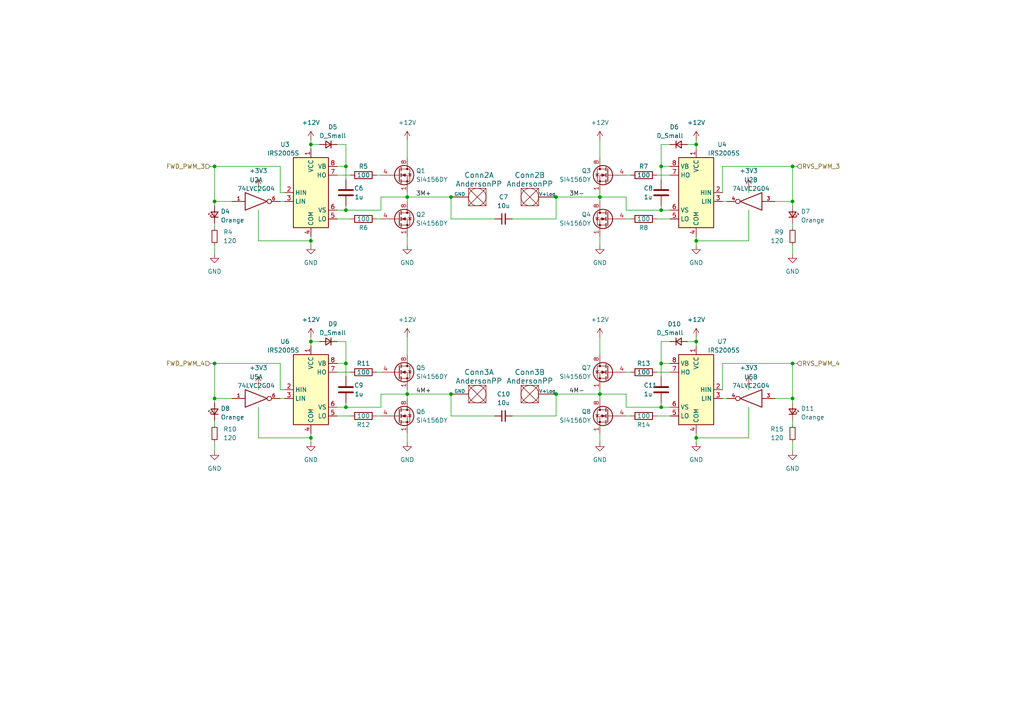
<source format=kicad_sch>
(kicad_sch (version 20230121) (generator eeschema)
  (paper "A4")
  (lib_symbols
    (symbol "74xGxx:74LVC2G04" (pin_names (offset 1.016))
      (property "Reference" "U" (at -2.54 3.81 0))
      (property "Value" "74LVC2G04" (at 0 -3.81 0))
      (symbol "74LVC2G04_0_1"
        (polyline (pts (xy -3.81 2.54) (xy -3.81 -2.54) (xy 2.54 0) (xy -3.81 2.54)) (stroke (width 0.254)))
        (pin power_in line (at 0 -2.54 270) (length 0) hide (name "GND") (number "2"))
        (pin power_in line (at 0 2.54 90) (length 0) hide (name "VCC") (number "5"))
      )
      (symbol "74LVC2G04_1_1"
        (pin input line (at -7.62 0 0) (length 3.81) (name "~") (number "1"))
        (pin output inverted (at 6.35 0 180) (length 3.81) (name "~") (number "6"))
      )
      (symbol "74LVC2G04_2_1"
        (pin input line (at -7.62 0 0) (length 3.81) (name "~") (number "3"))
        (pin output inverted (at 6.35 0 180) (length 3.81) (name "~") (number "4"))
      )
    )
    (symbol "Device:C" (pin_numbers hide) (pin_names (offset 0.254))
      (property "Reference" "C" (at 0.635 2.54 0))
      (property "Value" "C" (at 0.635 -2.54 0))
      (symbol "C_0_1"
        (polyline (pts (xy -2.032 -0.762) (xy 2.032 -0.762)) (stroke (width 0.508)))
        (polyline (pts (xy -2.032 0.762) (xy 2.032 0.762)) (stroke (width 0.508)))
      )
      (symbol "C_1_1"
        (pin passive line (at 0 3.81 270) (length 2.794) (name "~") (number "1"))
        (pin passive line (at 0 -3.81 90) (length 2.794) (name "~") (number "2"))
      )
    )
    (symbol "Device:C_Small" (pin_numbers hide) (pin_names (offset 0.254) hide)
      (property "Reference" "C" (at 0.254 1.778 0))
      (property "Value" "C_Small" (at 0.254 -2.032 0))
      (symbol "C_Small_0_1"
        (polyline (pts (xy -1.524 -0.508) (xy 1.524 -0.508)) (stroke (width 0.3302)))
        (polyline (pts (xy -1.524 0.508) (xy 1.524 0.508)) (stroke (width 0.3048)))
      )
      (symbol "C_Small_1_1"
        (pin passive line (at 0 2.54 270) (length 2.032) (name "~") (number "1"))
        (pin passive line (at 0 -2.54 90) (length 2.032) (name "~") (number "2"))
      )
    )
    (symbol "Device:D_Small" (pin_numbers hide) (pin_names (offset 0.254) hide)
      (property "Reference" "D" (at -1.27 2.032 0))
      (property "Value" "D_Small" (at -3.81 -2.032 0))
      (symbol "D_Small_0_1"
        (polyline (pts (xy -0.762 -1.016) (xy -0.762 1.016)) (stroke (width 0.254)))
        (polyline (pts (xy -0.762 0) (xy 0.762 0)))
        (polyline (pts (xy 0.762 -1.016) (xy -0.762 0) (xy 0.762 1.016) (xy 0.762 -1.016)) (stroke (width 0.254)))
      )
      (symbol "D_Small_1_1"
        (pin passive line (at -2.54 0 0) (length 1.778) (name "K") (number "1"))
        (pin passive line (at 2.54 0 180) (length 1.778) (name "A") (number "2"))
      )
    )
    (symbol "Device:LED_Small" (pin_numbers hide) (pin_names (offset 0.254) hide)
      (property "Reference" "D" (at -1.27 3.175 0))
      (property "Value" "LED_Small" (at -4.445 -2.54 0))
      (symbol "LED_Small_0_1"
        (polyline (pts (xy -0.762 -1.016) (xy -0.762 1.016)) (stroke (width 0.254)))
        (polyline (pts (xy 1.016 0) (xy -0.762 0)))
        (polyline (pts (xy 0.762 -1.016) (xy -0.762 0) (xy 0.762 1.016) (xy 0.762 -1.016)) (stroke (width 0.254)))
        (polyline (pts (xy 0 0.762) (xy -0.508 1.27) (xy -0.254 1.27) (xy -0.508 1.27) (xy -0.508 1.016)))
        (polyline (pts (xy 0.508 1.27) (xy 0 1.778) (xy 0.254 1.778) (xy 0 1.778) (xy 0 1.524)))
      )
      (symbol "LED_Small_1_1"
        (pin passive line (at -2.54 0 0) (length 1.778) (name "K") (number "1"))
        (pin passive line (at 2.54 0 180) (length 1.778) (name "A") (number "2"))
      )
    )
    (symbol "Device:R" (pin_numbers hide) (pin_names (offset 0))
      (property "Reference" "R" (at 2.032 0 90))
      (property "Value" "R" (at 0 0 90))
      (symbol "R_0_1"
        (rectangle (start -1.016 -2.54) (end 1.016 2.54) (stroke (width 0.254)))
      )
      (symbol "R_1_1"
        (pin passive line (at 0 3.81 270) (length 1.27) (name "~") (number "1"))
        (pin passive line (at 0 -3.81 90) (length 1.27) (name "~") (number "2"))
      )
    )
    (symbol "Device:R_Small" (pin_numbers hide) (pin_names (offset 0.254) hide)
      (property "Reference" "R" (at 0.762 0.508 0))
      (property "Value" "R_Small" (at 0.762 -1.016 0))
      (symbol "R_Small_0_1"
        (rectangle (start -0.762 1.778) (end 0.762 -1.778) (stroke (width 0.2032)))
      )
      (symbol "R_Small_1_1"
        (pin passive line (at 0 2.54 270) (length 0.762) (name "~") (number "1"))
        (pin passive line (at 0 -2.54 90) (length 0.762) (name "~") (number "2"))
      )
    )
    (symbol "Driver_FET:IRS2005S"
      (property "Reference" "U" (at 1.27 13.335 0))
      (property "Value" "IRS2005S" (at 1.27 11.43 0))
      (symbol "IRS2005S_0_1"
        (rectangle (start -5.08 -10.16) (end 5.08 10.16) (stroke (width 0.254)) (fill (type background)))
      )
      (symbol "IRS2005S_1_1"
        (pin power_in line (at 0 12.7 270) (length 2.54) (name "VCC") (number "1"))
        (pin input line (at -7.62 0 0) (length 2.54) (name "HIN") (number "2"))
        (pin input line (at -7.62 -2.54 0) (length 2.54) (name "LIN") (number "3"))
        (pin power_in line (at 0 -12.7 90) (length 2.54) (name "COM") (number "4"))
        (pin output line (at 7.62 -7.62 180) (length 2.54) (name "LO") (number "5"))
        (pin passive line (at 7.62 -5.08 180) (length 2.54) (name "VS") (number "6"))
        (pin output line (at 7.62 5.08 180) (length 2.54) (name "HO") (number "7"))
        (pin passive line (at 7.62 7.62 180) (length 2.54) (name "VB") (number "8"))
      )
    )
    (symbol "MRDT_Connectors:AndersonPP" (pin_numbers hide) (pin_names (offset 0))
      (property "Reference" "Conn" (at 3.81 -1.27 0))
      (property "Value" "AndersonPP" (at 2.54 6.35 0))
      (symbol "AndersonPP_0_1"
        (polyline (pts (xy 0 5.08) (xy 5.08 0)))
        (polyline (pts (xy 5.08 5.08) (xy 0 0)))
        (rectangle (start 0 0) (end 5.08 5.08))
        (circle (center 2.54 2.54) (radius 2.54))
      )
      (symbol "AndersonPP_1_1"
        (pin input line (at 10.16 2.54 180) (length 5.08) (name "GND") (number "1"))
      )
      (symbol "AndersonPP_2_1"
        (pin input line (at 10.16 2.54 180) (length 5.08) (name "V+Log") (number "2"))
      )
      (symbol "AndersonPP_3_1"
        (pin input line (at 10.16 2.54 180) (length 5.08) (name "V+Act") (number "3"))
      )
      (symbol "AndersonPP_4_1"
        (pin input line (at 10.16 2.54 180) (length 5.08) (name "PV+") (number "4"))
      )
      (symbol "AndersonPP_5_1"
        (pin input line (at 10.16 2.54 180) (length 5.08) (name "~") (number "1"))
      )
    )
    (symbol "Transistor_FET:FDS2734" (pin_names hide)
      (property "Reference" "Q" (at 5.08 2.54 0))
      (property "Value" "FDS2734" (at 5.08 0 0))
      (symbol "FDS2734_0_1"
        (polyline (pts (xy 0.254 0) (xy -2.54 0)))
        (polyline (pts (xy 0.254 1.905) (xy 0.254 -1.905)) (stroke (width 0.254)))
        (polyline (pts (xy 0.762 -1.27) (xy 0.762 -2.286)) (stroke (width 0.254)))
        (polyline (pts (xy 0.762 0.508) (xy 0.762 -0.508)) (stroke (width 0.254)))
        (polyline (pts (xy 0.762 2.286) (xy 0.762 1.27)) (stroke (width 0.254)))
        (polyline (pts (xy 2.54 2.54) (xy 2.54 1.778)))
        (polyline (pts (xy 2.54 -2.54) (xy 2.54 0) (xy 0.762 0)))
        (polyline (pts (xy 0.762 -1.778) (xy 3.302 -1.778) (xy 3.302 1.778) (xy 0.762 1.778)))
        (polyline (pts (xy 1.016 0) (xy 2.032 0.381) (xy 2.032 -0.381) (xy 1.016 0)) (fill (type outline)))
        (polyline (pts (xy 2.794 0.508) (xy 2.921 0.381) (xy 3.683 0.381) (xy 3.81 0.254)))
        (polyline (pts (xy 3.302 0.381) (xy 2.921 -0.254) (xy 3.683 -0.254) (xy 3.302 0.381)))
        (circle (center 1.651 0) (radius 2.794) (stroke (width 0.254)))
        (circle (center 2.54 -1.778) (radius 0.254) (fill (type outline)))
        (circle (center 2.54 1.778) (radius 0.254) (fill (type outline)))
      )
      (symbol "FDS2734_1_1"
        (pin passive line (at 2.54 -5.08 90) (length 2.54) (name "S") (number "1"))
        (pin passive line (at 2.54 -5.08 90) (length 2.54) hide (name "S") (number "2"))
        (pin passive line (at 2.54 -5.08 90) (length 2.54) hide (name "S") (number "3"))
        (pin input line (at -5.08 0 0) (length 2.54) (name "G") (number "4"))
        (pin passive line (at 2.54 5.08 270) (length 2.54) hide (name "D") (number "5"))
        (pin passive line (at 2.54 5.08 270) (length 2.54) hide (name "D") (number "6"))
        (pin passive line (at 2.54 5.08 270) (length 2.54) hide (name "D") (number "7"))
        (pin passive line (at 2.54 5.08 270) (length 2.54) (name "D") (number "8"))
      )
    )
    (symbol "power:+12V" (power) (pin_names (offset 0))
      (property "Value" "+12V" (at 0 3.556 0))
      (symbol "+12V_0_1"
        (polyline (pts (xy -0.762 1.27) (xy 0 2.54)))
        (polyline (pts (xy 0 0) (xy 0 2.54)))
        (polyline (pts (xy 0 2.54) (xy 0.762 1.27)))
      )
      (symbol "+12V_1_1"
        (pin power_in line (at 0 0 90) (length 0) hide (name "+12V") (number "1"))
      )
    )
    (symbol "power:+3V3" (power) (pin_names (offset 0))
      (property "Value" "+3V3" (at 0 3.556 0))
      (symbol "+3V3_0_1"
        (polyline (pts (xy -0.762 1.27) (xy 0 2.54)))
        (polyline (pts (xy 0 0) (xy 0 2.54)))
        (polyline (pts (xy 0 2.54) (xy 0.762 1.27)))
      )
      (symbol "+3V3_1_1"
        (pin power_in line (at 0 0 90) (length 0) hide (name "+3V3") (number "1"))
      )
    )
    (symbol "power:GND" (power) (pin_names (offset 0))
      (property "Value" "GND" (at 0 -3.81 0))
      (symbol "GND_0_1"
        (polyline (pts (xy 0 0) (xy 0 -1.27) (xy 1.27 -1.27) (xy 0 -2.54) (xy -1.27 -1.27) (xy 0 -1.27)))
      )
      (symbol "GND_1_1"
        (pin power_in line (at 0 0 270) (length 0) hide (name "GND") (number "1"))
      )
    )
  )
  (junction (at 100.33 60.96))
  (junction (at 191.77 105.41))
  (junction (at 100.33 105.41))
  (junction (at 229.87 115.57))
  (junction (at 201.93 69.85))
  (junction (at 100.33 118.11))
  (junction (at 229.87 105.41))
  (junction (at 229.87 58.42))
  (junction (at 173.99 114.3))
  (junction (at 62.23 48.26))
  (junction (at 201.93 41.91))
  (junction (at 201.93 127))
  (junction (at 130.81 57.15))
  (junction (at 62.23 115.57))
  (junction (at 100.33 48.26))
  (junction (at 130.81 114.3))
  (junction (at 161.29 57.15))
  (junction (at 191.77 48.26))
  (junction (at 118.11 57.15))
  (junction (at 191.77 60.96))
  (junction (at 118.11 114.3))
  (junction (at 191.77 118.11))
  (junction (at 62.23 105.41))
  (junction (at 90.17 69.85))
  (junction (at 90.17 127))
  (junction (at 229.87 48.26))
  (junction (at 62.23 58.42))
  (junction (at 161.29 114.3))
  (junction (at 90.17 99.06))
  (junction (at 90.17 41.91))
  (junction (at 201.93 99.06))
  (junction (at 173.99 57.15))
  (wire (pts (xy 181.61 60.96) (xy 181.61 57.15)))
  (wire (pts (xy 191.77 105.41) (xy 191.77 99.06)))
  (wire (pts (xy 110.49 60.96) (xy 110.49 57.15)))
  (wire (pts (xy 148.59 120.65) (xy 161.29 120.65)))
  (wire (pts (xy 191.77 99.06) (xy 194.31 99.06)))
  (wire (pts (xy 161.29 120.65) (xy 161.29 114.3)))
  (wire (pts (xy 81.28 48.26) (xy 81.28 55.88)))
  (wire (pts (xy 181.61 114.3) (xy 173.99 114.3)))
  (wire (pts (xy 100.33 48.26) (xy 100.33 52.07)))
  (wire (pts (xy 90.17 40.64) (xy 90.17 41.91)))
  (wire (pts (xy 118.11 125.73) (xy 118.11 128.27)))
  (wire (pts (xy 90.17 68.58) (xy 90.17 69.85)))
  (wire (pts (xy 173.99 114.3) (xy 173.99 115.57)))
  (wire (pts (xy 224.79 58.42) (xy 229.87 58.42)))
  (wire (pts (xy 81.28 115.57) (xy 82.55 115.57)))
  (wire (pts (xy 217.17 69.85) (xy 201.93 69.85)))
  (wire (pts (xy 191.77 41.91) (xy 194.31 41.91)))
  (wire (pts (xy 130.81 120.65) (xy 143.51 120.65)))
  (wire (pts (xy 62.23 121.92) (xy 62.23 123.19)))
  (wire (pts (xy 173.99 68.58) (xy 173.99 71.12)))
  (wire (pts (xy 100.33 99.06) (xy 97.79 99.06)))
  (wire (pts (xy 201.93 40.64) (xy 201.93 41.91)))
  (wire (pts (xy 217.17 111.76) (xy 217.17 113.03)))
  (wire (pts (xy 74.93 54.61) (xy 74.93 55.88)))
  (wire (pts (xy 173.99 113.03) (xy 173.99 114.3)))
  (wire (pts (xy 181.61 57.15) (xy 173.99 57.15)))
  (wire (pts (xy 201.93 125.73) (xy 201.93 127)))
  (wire (pts (xy 100.33 59.69) (xy 100.33 60.96)))
  (wire (pts (xy 109.22 120.65) (xy 110.49 120.65)))
  (wire (pts (xy 209.55 58.42) (xy 210.82 58.42)))
  (wire (pts (xy 191.77 59.69) (xy 191.77 60.96)))
  (wire (pts (xy 74.93 69.85) (xy 90.17 69.85)))
  (wire (pts (xy 229.87 115.57) (xy 229.87 116.84)))
  (wire (pts (xy 229.87 121.92) (xy 229.87 123.19)))
  (wire (pts (xy 173.99 40.64) (xy 173.99 45.72)))
  (wire (pts (xy 217.17 118.11) (xy 217.17 127)))
  (wire (pts (xy 191.77 116.84) (xy 191.77 118.11)))
  (wire (pts (xy 217.17 60.96) (xy 217.17 69.85)))
  (wire (pts (xy 194.31 120.65) (xy 190.5 120.65)))
  (wire (pts (xy 81.28 58.42) (xy 82.55 58.42)))
  (wire (pts (xy 100.33 116.84) (xy 100.33 118.11)))
  (wire (pts (xy 97.79 120.65) (xy 101.6 120.65)))
  (wire (pts (xy 90.17 125.73) (xy 90.17 127)))
  (wire (pts (xy 110.49 118.11) (xy 110.49 114.3)))
  (wire (pts (xy 191.77 60.96) (xy 181.61 60.96)))
  (wire (pts (xy 173.99 57.15) (xy 161.29 57.15)))
  (wire (pts (xy 130.81 63.5) (xy 143.51 63.5)))
  (wire (pts (xy 201.93 97.79) (xy 201.93 99.06)))
  (wire (pts (xy 209.55 105.41) (xy 209.55 113.03)))
  (wire (pts (xy 173.99 114.3) (xy 161.29 114.3)))
  (wire (pts (xy 118.11 55.88) (xy 118.11 57.15)))
  (wire (pts (xy 90.17 99.06) (xy 90.17 100.33)))
  (wire (pts (xy 229.87 115.57) (xy 229.87 105.41)))
  (wire (pts (xy 62.23 48.26) (xy 81.28 48.26)))
  (wire (pts (xy 209.55 105.41) (xy 229.87 105.41)))
  (wire (pts (xy 191.77 105.41) (xy 191.77 109.22)))
  (wire (pts (xy 190.5 107.95) (xy 194.31 107.95)))
  (wire (pts (xy 191.77 118.11) (xy 181.61 118.11)))
  (wire (pts (xy 81.28 113.03) (xy 82.55 113.03)))
  (wire (pts (xy 74.93 60.96) (xy 74.93 69.85)))
  (wire (pts (xy 229.87 105.41) (xy 231.14 105.41)))
  (wire (pts (xy 181.61 63.5) (xy 182.88 63.5)))
  (wire (pts (xy 67.31 115.57) (xy 62.23 115.57)))
  (wire (pts (xy 194.31 48.26) (xy 191.77 48.26)))
  (wire (pts (xy 90.17 97.79) (xy 90.17 99.06)))
  (wire (pts (xy 74.93 118.11) (xy 74.93 127)))
  (wire (pts (xy 97.79 105.41) (xy 100.33 105.41)))
  (wire (pts (xy 217.17 54.61) (xy 217.17 55.88)))
  (wire (pts (xy 97.79 50.8) (xy 101.6 50.8)))
  (wire (pts (xy 100.33 118.11) (xy 110.49 118.11)))
  (wire (pts (xy 81.28 55.88) (xy 82.55 55.88)))
  (wire (pts (xy 90.17 127) (xy 90.17 128.27)))
  (wire (pts (xy 173.99 97.79) (xy 173.99 102.87)))
  (wire (pts (xy 118.11 114.3) (xy 118.11 115.57)))
  (wire (pts (xy 62.23 115.57) (xy 62.23 116.84)))
  (wire (pts (xy 118.11 68.58) (xy 118.11 71.12)))
  (wire (pts (xy 60.96 105.41) (xy 62.23 105.41)))
  (wire (pts (xy 173.99 125.73) (xy 173.99 128.27)))
  (wire (pts (xy 109.22 63.5) (xy 110.49 63.5)))
  (wire (pts (xy 194.31 118.11) (xy 191.77 118.11)))
  (wire (pts (xy 209.55 48.26) (xy 229.87 48.26)))
  (wire (pts (xy 201.93 68.58) (xy 201.93 69.85)))
  (wire (pts (xy 118.11 114.3) (xy 130.81 114.3)))
  (wire (pts (xy 62.23 71.12) (xy 62.23 73.66)))
  (wire (pts (xy 173.99 55.88) (xy 173.99 57.15)))
  (wire (pts (xy 100.33 105.41) (xy 100.33 109.22)))
  (wire (pts (xy 97.79 48.26) (xy 100.33 48.26)))
  (wire (pts (xy 229.87 58.42) (xy 229.87 48.26)))
  (wire (pts (xy 92.71 41.91) (xy 90.17 41.91)))
  (wire (pts (xy 100.33 41.91) (xy 97.79 41.91)))
  (wire (pts (xy 148.59 63.5) (xy 161.29 63.5)))
  (wire (pts (xy 209.55 48.26) (xy 209.55 55.88)))
  (wire (pts (xy 130.81 63.5) (xy 130.81 57.15)))
  (wire (pts (xy 224.79 115.57) (xy 229.87 115.57)))
  (wire (pts (xy 194.31 105.41) (xy 191.77 105.41)))
  (wire (pts (xy 201.93 69.85) (xy 201.93 71.12)))
  (wire (pts (xy 100.33 60.96) (xy 110.49 60.96)))
  (wire (pts (xy 81.28 105.41) (xy 81.28 113.03)))
  (wire (pts (xy 62.23 58.42) (xy 62.23 48.26)))
  (wire (pts (xy 229.87 48.26) (xy 231.14 48.26)))
  (wire (pts (xy 118.11 57.15) (xy 118.11 58.42)))
  (wire (pts (xy 109.22 107.95) (xy 110.49 107.95)))
  (wire (pts (xy 201.93 41.91) (xy 201.93 43.18)))
  (wire (pts (xy 100.33 105.41) (xy 100.33 99.06)))
  (wire (pts (xy 173.99 57.15) (xy 173.99 58.42)))
  (wire (pts (xy 209.55 115.57) (xy 210.82 115.57)))
  (wire (pts (xy 201.93 127) (xy 201.93 128.27)))
  (wire (pts (xy 199.39 99.06) (xy 201.93 99.06)))
  (wire (pts (xy 181.61 120.65) (xy 182.88 120.65)))
  (wire (pts (xy 74.93 111.76) (xy 74.93 113.03)))
  (wire (pts (xy 67.31 58.42) (xy 62.23 58.42)))
  (wire (pts (xy 229.87 128.27) (xy 229.87 130.81)))
  (wire (pts (xy 191.77 48.26) (xy 191.77 52.07)))
  (wire (pts (xy 90.17 41.91) (xy 90.17 43.18)))
  (wire (pts (xy 110.49 57.15) (xy 118.11 57.15)))
  (wire (pts (xy 62.23 64.77) (xy 62.23 66.04)))
  (wire (pts (xy 118.11 40.64) (xy 118.11 45.72)))
  (wire (pts (xy 229.87 64.77) (xy 229.87 66.04)))
  (wire (pts (xy 118.11 113.03) (xy 118.11 114.3)))
  (wire (pts (xy 118.11 57.15) (xy 130.81 57.15)))
  (wire (pts (xy 62.23 105.41) (xy 81.28 105.41)))
  (wire (pts (xy 97.79 107.95) (xy 101.6 107.95)))
  (wire (pts (xy 190.5 50.8) (xy 194.31 50.8)))
  (wire (pts (xy 62.23 128.27) (xy 62.23 130.81)))
  (wire (pts (xy 109.22 50.8) (xy 110.49 50.8)))
  (wire (pts (xy 90.17 69.85) (xy 90.17 71.12)))
  (wire (pts (xy 201.93 99.06) (xy 201.93 100.33)))
  (wire (pts (xy 130.81 120.65) (xy 130.81 114.3)))
  (wire (pts (xy 229.87 58.42) (xy 229.87 59.69)))
  (wire (pts (xy 74.93 127) (xy 90.17 127)))
  (wire (pts (xy 181.61 50.8) (xy 182.88 50.8)))
  (wire (pts (xy 60.96 48.26) (xy 62.23 48.26)))
  (wire (pts (xy 62.23 58.42) (xy 62.23 59.69)))
  (wire (pts (xy 97.79 63.5) (xy 101.6 63.5)))
  (wire (pts (xy 194.31 60.96) (xy 191.77 60.96)))
  (wire (pts (xy 161.29 63.5) (xy 161.29 57.15)))
  (wire (pts (xy 100.33 48.26) (xy 100.33 41.91)))
  (wire (pts (xy 199.39 41.91) (xy 201.93 41.91)))
  (wire (pts (xy 97.79 118.11) (xy 100.33 118.11)))
  (wire (pts (xy 110.49 114.3) (xy 118.11 114.3)))
  (wire (pts (xy 181.61 107.95) (xy 182.88 107.95)))
  (wire (pts (xy 62.23 115.57) (xy 62.23 105.41)))
  (wire (pts (xy 217.17 127) (xy 201.93 127)))
  (wire (pts (xy 191.77 48.26) (xy 191.77 41.91)))
  (wire (pts (xy 194.31 63.5) (xy 190.5 63.5)))
  (wire (pts (xy 118.11 97.79) (xy 118.11 102.87)))
  (wire (pts (xy 181.61 118.11) (xy 181.61 114.3)))
  (wire (pts (xy 92.71 99.06) (xy 90.17 99.06)))
  (wire (pts (xy 229.87 71.12) (xy 229.87 73.66)))
  (wire (pts (xy 97.79 60.96) (xy 100.33 60.96)))
  (label "3M-" (at 165.1 57.15 0))
  (label "4M-" (at 165.1 114.3 0))
  (label "4M+" (at 120.65 114.3 0))
  (label "3M+" (at 120.65 57.15 0))
  (hierarchical_label "RVS_PWM_3" (shape input) (at 231.14 48.26 0))
  (hierarchical_label "RVS_PWM_4" (shape input) (at 231.14 105.41 0))
  (hierarchical_label "FWD_PWM_3" (shape input) (at 60.96 48.26 180))
  (hierarchical_label "FWD_PWM_4" (shape input) (at 60.96 105.41 180))
  (symbol (lib_id "power:+3V3") (at 74.93 111.76 0) (unit 1)
    (property "Reference" "#PWR025" (effects hide))
    (property "Value" "+3V3" (at 74.93 106.68 0))
    (instances (project "KiCad_Example_Hardware" (path "" (reference "#PWR025") (unit 1)) (path "" (reference "#PWR041") (unit 1))))
  )
  (symbol (lib_id "power:+12V") (at 118.11 97.79 0) (unit 1)
    (property "Reference" "#PWR028" (effects hide))
    (property "Value" "+12V" (at 118.11 92.71 0))
    (instances (project "KiCad_Example_Hardware" (path "" (reference "#PWR028") (unit 1)) (path "" (reference "#PWR048") (unit 1))))
  )
  (symbol (lib_id "power:GND") (at 229.87 73.66 0) (mirror y) (unit 1)
    (property "Reference" "#PWR023" (effects hide))
    (property "Value" "GND" (at 229.87 78.74 0))
    (instances (project "KiCad_Example_Hardware" (path "" (reference "#PWR023") (unit 1)) (path "" (reference "#PWR060") (unit 1))))
  )
  (symbol (lib_id "Device:R") (at 186.69 63.5 270) (mirror x) (unit 1)
    (property "Reference" "R8" (at 186.69 66.04 90))
    (property "Value" "100" (at 186.69 63.5 90))
    (property "Footprint" "Resistor_SMD:R_0603_1608Metric_Pad0.98x0.95mm_HandSolder" (effects hide))
    (instances (project "KiCad_Example_Hardware" (path "" (reference "R8") (unit 1)) (path "" (reference "R23") (unit 1))))
  )
  (symbol (lib_id "Device:R") (at 105.41 50.8 90) (unit 1)
    (property "Reference" "R5" (at 105.41 48.26 90))
    (property "Value" "100" (at 105.41 50.8 90))
    (property "Footprint" "Resistor_SMD:R_0603_1608Metric_Pad0.98x0.95mm_HandSolder" (effects hide))
    (instances (project "KiCad_Example_Hardware" (path "" (reference "R5") (unit 1)) (path "" (reference "R18") (unit 1))))
  )
  (symbol (lib_id "Transistor_FET:FDS2734") (at 115.57 107.95 0) (unit 1)
    (property "Reference" "Q5" (at 120.65 106.68 0) (effects (justify left)))
    (property "Value" "SI4156DY" (at 120.65 109.22 0) (effects (justify left)))
    (property "Footprint" "Package_SO:SOIC-8_3.9x4.9mm_P1.27mm" (effects hide))
    (property "Datasheet" "https://www.onsemi.com/pdf/datasheet/fds8896-d.pdf" (effects hide))
    (instances (project "KiCad_Example_Hardware" (path "" (reference "Q5") (unit 1)) (path "" (reference "Q11") (unit 1))))
  )
  (symbol (lib_id "Device:R") (at 186.69 107.95 270) (mirror x) (unit 1)
    (property "Reference" "R13" (at 186.69 105.41 90))
    (property "Value" "100" (at 186.69 107.95 90))
    (property "Footprint" "Resistor_SMD:R_0603_1608Metric_Pad0.98x0.95mm_HandSolder" (effects hide))
    (instances (project "KiCad_Example_Hardware" (path "" (reference "R13") (unit 1)) (path "" (reference "R24") (unit 1))))
  )
  (symbol (lib_id "Transistor_FET:FDS2734") (at 176.53 63.5 0) (mirror y) (unit 1)
    (property "Reference" "Q4" (at 171.45 62.23 0) (effects (justify left)))
    (property "Value" "SI4156DY" (at 171.45 64.77 0) (effects (justify left)))
    (property "Footprint" "Package_SO:SOIC-8_3.9x4.9mm_P1.27mm" (effects hide))
    (property "Datasheet" "https://www.onsemi.com/pdf/datasheet/fds8896-d.pdf" (effects hide))
    (instances (project "KiCad_Example_Hardware" (path "" (reference "Q4") (unit 1)) (path "" (reference "Q14") (unit 1))))
  )
  (symbol (lib_id "Driver_FET:IRS2005S") (at 90.17 55.88 0) (unit 1)
    (property "Reference" "U3" (at 81.28 41.91 0) (effects (justify left)))
    (property "Value" "IRS2005S" (at 77.47 44.45 0) (effects (justify left)))
    (property "Footprint" "Package_SO:SOIC-8_3.9x4.9mm_P1.27mm" (effects hide))
    (property "Datasheet" "https://www.infineon.com/dgdl/Infineon-IRS2005S-DS-v02_00-EN.pdf?fileId=5546d462533600a4015364c4246229e1" (effects hide))
    (instances (project "KiCad_Example_Hardware" (path "" (reference "U3") (unit 1)) (path "" (reference "U11") (unit 1))))
  )
  (symbol (lib_id "power:+12V") (at 90.17 40.64 0) (unit 1)
    (property "Reference" "#PWR014" (effects hide))
    (property "Value" "+12V" (at 90.17 35.56 0))
    (instances (project "KiCad_Example_Hardware" (path "" (reference "#PWR014") (unit 1)) (path "" (reference "#PWR042") (unit 1))))
  )
  (symbol (lib_id "MRDT_Connectors:AndersonPP") (at 140.97 54.61 180) (unit 1)
    (property "Reference" "Conn2" (at 134.62 50.8 0) (effects (font (size 1.524 1.524)) (justify right)))
    (property "Value" "AndersonPP" (at 132.08 53.34 0) (effects (font (size 1.524 1.524)) (justify right)))
    (property "Footprint" "MRDT_Connectors:Square_Anderson_2_V_Side_By_Side" (effects hide))
    (instances (project "KiCad_Example_Hardware" (path "" (reference "Conn2") (unit 1)) (path "" (reference "Conn4") (unit 1))))
  )
  (symbol (lib_id "power:GND") (at 173.99 128.27 0) (unit 1)
    (property "Reference" "#PWR031" (effects hide))
    (property "Value" "GND" (at 173.99 133.35 0))
    (instances (project "KiCad_Example_Hardware" (path "" (reference "#PWR031") (unit 1)) (path "" (reference "#PWR053") (unit 1))))
  )
  (symbol (lib_id "Device:LED_Small") (at 62.23 119.38 90) (unit 1)
    (property "Reference" "D8" (at 64.008 118.4818 90) (effects (justify right)))
    (property "Value" "Orange" (at 64.008 121.0187 90) (effects (justify right)))
    (property "Footprint" "LED_SMD:LED_0603_1608Metric_Pad1.05x0.95mm_HandSolder" (effects hide))
    (instances (project "KiCad_Example_Hardware" (path "" (reference "D8") (unit 1)) (path "" (reference "D13") (unit 1))))
  )
  (symbol (lib_id "Driver_FET:IRS2005S") (at 201.93 113.03 0) (mirror y) (unit 1)
    (property "Reference" "U7" (at 210.82 99.06 0) (effects (justify left)))
    (property "Value" "IRS2005S" (at 214.63 101.6 0) (effects (justify left)))
    (property "Footprint" "Package_SO:SOIC-8_3.9x4.9mm_P1.27mm" (effects hide))
    (property "Datasheet" "https://www.infineon.com/dgdl/Infineon-IRS2005S-DS-v02_00-EN.pdf?fileId=5546d462533600a4015364c4246229e1" (effects hide))
    (instances (project "KiCad_Example_Hardware" (path "" (reference "U7") (unit 1)) (path "" (reference "U14") (unit 1))))
  )
  (symbol (lib_id "Transistor_FET:FDS2734") (at 176.53 120.65 0) (mirror y) (unit 1)
    (property "Reference" "Q8" (at 171.45 119.38 0) (effects (justify left)))
    (property "Value" "SI4156DY" (at 171.45 121.92 0) (effects (justify left)))
    (property "Footprint" "Package_SO:SOIC-8_3.9x4.9mm_P1.27mm" (effects hide))
    (property "Datasheet" "https://www.onsemi.com/pdf/datasheet/fds8896-d.pdf" (effects hide))
    (instances (project "KiCad_Example_Hardware" (path "" (reference "Q8") (unit 1)) (path "" (reference "Q16") (unit 1))))
  )
  (symbol (lib_id "Device:R") (at 105.41 63.5 90) (unit 1)
    (property "Reference" "R6" (at 105.41 66.04 90))
    (property "Value" "100" (at 105.41 63.5 90))
    (property "Footprint" "Resistor_SMD:R_0603_1608Metric_Pad0.98x0.95mm_HandSolder" (effects hide))
    (instances (project "KiCad_Example_Hardware" (path "" (reference "R6") (unit 1)) (path "" (reference "R19") (unit 1))))
  )
  (symbol (lib_id "power:GND") (at 201.93 128.27 0) (unit 1)
    (property "Reference" "#PWR033" (effects hide))
    (property "Value" "GND" (at 201.93 133.35 0))
    (instances (project "KiCad_Example_Hardware" (path "" (reference "#PWR033") (unit 1)) (path "" (reference "#PWR057") (unit 1))))
  )
  (symbol (lib_id "Device:C_Small") (at 146.05 63.5 90) (unit 1)
    (property "Reference" "C7" (at 146.0563 57.15 90))
    (property "Value" "10u" (at 146.0563 59.69 90))
    (property "Footprint" "Capacitor_SMD:C_0603_1608Metric" (effects hide))
    (instances (project "KiCad_Example_Hardware" (path "" (reference "C7") (unit 1)) (path "" (reference "C14") (unit 1))))
  )
  (symbol (lib_id "power:+12V") (at 173.99 97.79 0) (unit 1)
    (property "Reference" "#PWR030" (effects hide))
    (property "Value" "+12V" (at 173.99 92.71 0))
    (instances (project "KiCad_Example_Hardware" (path "" (reference "#PWR030") (unit 1)) (path "" (reference "#PWR052") (unit 1))))
  )
  (symbol (lib_id "power:+12V") (at 201.93 40.64 0) (unit 1)
    (property "Reference" "#PWR020" (effects hide))
    (property "Value" "+12V" (at 201.93 35.56 0))
    (instances (project "KiCad_Example_Hardware" (path "" (reference "#PWR020") (unit 1)) (path "" (reference "#PWR054") (unit 1))))
  )
  (symbol (lib_id "power:GND") (at 173.99 71.12 0) (unit 1)
    (property "Reference" "#PWR019" (effects hide))
    (property "Value" "GND" (at 173.99 76.2 0))
    (instances (project "KiCad_Example_Hardware" (path "" (reference "#PWR019") (unit 1)) (path "" (reference "#PWR051") (unit 1))))
  )
  (symbol (lib_id "Device:D_Small") (at 95.25 99.06 0) (mirror y) (unit 1)
    (property "Reference" "D9" (at 96.52 93.98 0))
    (property "Value" "D_Small" (at 96.52 96.52 0))
    (property "Footprint" "LED_SMD:LED_0603_1608Metric_Pad1.05x0.95mm_HandSolder" (effects hide))
    (instances (project "KiCad_Example_Hardware" (path "" (reference "D9") (unit 1)) (path "" (reference "D15") (unit 1))))
  )
  (symbol (lib_id "Device:R_Small") (at 62.23 125.73 0) (unit 1)
    (property "Reference" "R10" (at 64.77 124.4599 0) (effects (justify left)))
    (property "Value" "120" (at 64.77 126.9999 0) (effects (justify left)))
    (property "Footprint" "Resistor_SMD:R_0603_1608Metric_Pad0.98x0.95mm_HandSolder" (effects hide))
    (instances (project "KiCad_Example_Hardware" (path "" (reference "R10") (unit 1)) (path "" (reference "R17") (unit 1))))
  )
  (symbol (lib_id "Driver_FET:IRS2005S") (at 90.17 113.03 0) (unit 1)
    (property "Reference" "U6" (at 81.28 99.06 0) (effects (justify left)))
    (property "Value" "IRS2005S" (at 77.47 101.6 0) (effects (justify left)))
    (property "Footprint" "Package_SO:SOIC-8_3.9x4.9mm_P1.27mm" (effects hide))
    (property "Datasheet" "https://www.infineon.com/dgdl/Infineon-IRS2005S-DS-v02_00-EN.pdf?fileId=5546d462533600a4015364c4246229e1" (effects hide))
    (instances (project "KiCad_Example_Hardware" (path "" (reference "U6") (unit 1)) (path "" (reference "U12") (unit 1))))
  )
  (symbol (lib_id "power:GND") (at 90.17 128.27 0) (unit 1)
    (property "Reference" "#PWR027" (effects hide))
    (property "Value" "GND" (at 90.17 133.35 0))
    (instances (project "KiCad_Example_Hardware" (path "" (reference "#PWR027") (unit 1)) (path "" (reference "#PWR045") (unit 1))))
  )
  (symbol (lib_id "Device:C") (at 100.33 55.88 0) (mirror y) (unit 1)
    (property "Reference" "C6" (at 105.41 54.61 0) (effects (justify left)))
    (property "Value" "1u" (at 105.41 57.15 0) (effects (justify left)))
    (property "Footprint" "Capacitor_SMD:C_0603_1608Metric" (effects hide))
    (instances (project "KiCad_Example_Hardware" (path "" (reference "C6") (unit 1)) (path "" (reference "C12") (unit 1))))
  )
  (symbol (lib_id "Device:R_Small") (at 62.23 68.58 0) (unit 1)
    (property "Reference" "R4" (at 64.77 67.3099 0) (effects (justify left)))
    (property "Value" "120" (at 64.77 69.8499 0) (effects (justify left)))
    (property "Footprint" "Resistor_SMD:R_0603_1608Metric_Pad0.98x0.95mm_HandSolder" (effects hide))
    (instances (project "KiCad_Example_Hardware" (path "" (reference "R4") (unit 1)) (path "" (reference "R16") (unit 1))))
  )
  (symbol (lib_id "Device:D_Small") (at 196.85 99.06 0) (unit 1)
    (property "Reference" "D10" (at 195.58 93.98 0))
    (property "Value" "D_Small" (at 194.31 96.52 0))
    (property "Footprint" "LED_SMD:LED_0603_1608Metric_Pad1.05x0.95mm_HandSolder" (effects hide))
    (instances (project "KiCad_Example_Hardware" (path "" (reference "D10") (unit 1)) (path "" (reference "D17") (unit 1))))
  )
  (symbol (lib_id "74xGxx:74LVC2G04") (at 217.17 115.57 0) (mirror y) (unit 2)
    (property "Reference" "U5" (at 217.805 109.3302 0))
    (property "Value" "74LVC2G04" (at 217.805 111.8671 0))
    (property "Footprint" "Package_TO_SOT_SMD:SOT-23-6_Handsoldering" (effects hide))
    (property "Datasheet" "http://www.ti.com/lit/sg/scyt129e/scyt129e.pdf" (effects hide))
    (instances (project "KiCad_Example_Hardware" (path "" (reference "U5") (unit 2)) (path "" (reference "U10") (unit 2))))
  )
  (symbol (lib_id "Transistor_FET:FDS2734") (at 176.53 107.95 0) (mirror y) (unit 1)
    (property "Reference" "Q7" (at 171.45 106.68 0) (effects (justify left)))
    (property "Value" "SI4156DY" (at 171.45 109.22 0) (effects (justify left)))
    (property "Footprint" "Package_SO:SOIC-8_3.9x4.9mm_P1.27mm" (effects hide))
    (property "Datasheet" "https://www.onsemi.com/pdf/datasheet/fds8896-d.pdf" (effects hide))
    (instances (project "KiCad_Example_Hardware" (path "" (reference "Q7") (unit 1)) (path "" (reference "Q15") (unit 1))))
  )
  (symbol (lib_id "Device:R_Small") (at 229.87 125.73 0) (mirror x) (unit 1)
    (property "Reference" "R15" (at 227.33 124.4599 0) (effects (justify right)))
    (property "Value" "120" (at 227.33 126.9999 0) (effects (justify right)))
    (property "Footprint" "Resistor_SMD:R_0603_1608Metric_Pad0.98x0.95mm_HandSolder" (effects hide))
    (instances (project "KiCad_Example_Hardware" (path "" (reference "R15") (unit 1)) (path "" (reference "R27") (unit 1))))
  )
  (symbol (lib_id "MRDT_Connectors:AndersonPP") (at 140.97 111.76 180) (unit 1)
    (property "Reference" "Conn3" (at 134.62 107.95 0) (effects (font (size 1.524 1.524)) (justify right)))
    (property "Value" "AndersonPP" (at 132.08 110.49 0) (effects (font (size 1.524 1.524)) (justify right)))
    (property "Footprint" "MRDT_Connectors:Square_Anderson_2_V_Side_By_Side" (effects hide))
    (instances (project "KiCad_Example_Hardware" (path "" (reference "Conn3") (unit 1)) (path "" (reference "Conn5") (unit 1))))
  )
  (symbol (lib_id "power:+12V") (at 90.17 97.79 0) (unit 1)
    (property "Reference" "#PWR026" (effects hide))
    (property "Value" "+12V" (at 90.17 92.71 0))
    (instances (project "KiCad_Example_Hardware" (path "" (reference "#PWR026") (unit 1)) (path "" (reference "#PWR044") (unit 1))))
  )
  (symbol (lib_id "Transistor_FET:FDS2734") (at 176.53 50.8 0) (mirror y) (unit 1)
    (property "Reference" "Q3" (at 171.45 49.53 0) (effects (justify left)))
    (property "Value" "SI4156DY" (at 171.45 52.07 0) (effects (justify left)))
    (property "Footprint" "Package_SO:SOIC-8_3.9x4.9mm_P1.27mm" (effects hide))
    (property "Datasheet" "https://www.onsemi.com/pdf/datasheet/fds8896-d.pdf" (effects hide))
    (instances (project "KiCad_Example_Hardware" (path "" (reference "Q3") (unit 1)) (path "" (reference "Q13") (unit 1))))
  )
  (symbol (lib_id "power:GND") (at 90.17 71.12 0) (unit 1)
    (property "Reference" "#PWR015" (effects hide))
    (property "Value" "GND" (at 90.17 76.2 0))
    (instances (project "KiCad_Example_Hardware" (path "" (reference "#PWR015") (unit 1)) (path "" (reference "#PWR043") (unit 1))))
  )
  (symbol (lib_id "power:+12V") (at 118.11 40.64 0) (unit 1)
    (property "Reference" "#PWR016" (effects hide))
    (property "Value" "+12V" (at 118.11 35.56 0))
    (instances (project "KiCad_Example_Hardware" (path "" (reference "#PWR016") (unit 1)) (path "" (reference "#PWR046") (unit 1))))
  )
  (symbol (lib_id "74xGxx:74LVC2G04") (at 74.93 58.42 0) (unit 1)
    (property "Reference" "U2" (at 74.295 52.1802 0))
    (property "Value" "74LVC2G04" (at 74.295 54.7171 0))
    (property "Footprint" "Package_TO_SOT_SMD:SOT-23-6_Handsoldering" (effects hide))
    (property "Datasheet" "http://www.ti.com/lit/sg/scyt129e/scyt129e.pdf" (effects hide))
    (instances (project "KiCad_Example_Hardware" (path "" (reference "U2") (unit 1)) (path "" (reference "U9") (unit 1))))
  )
  (symbol (lib_id "power:GND") (at 62.23 130.81 0) (unit 1)
    (property "Reference" "#PWR024" (effects hide))
    (property "Value" "GND" (at 62.23 135.89 0))
    (instances (project "KiCad_Example_Hardware" (path "" (reference "#PWR024") (unit 1)) (path "" (reference "#PWR039") (unit 1))))
  )
  (symbol (lib_id "Transistor_FET:FDS2734") (at 115.57 50.8 0) (unit 1)
    (property "Reference" "Q1" (at 120.65 49.53 0) (effects (justify left)))
    (property "Value" "SI4156DY" (at 120.65 52.07 0) (effects (justify left)))
    (property "Footprint" "Package_SO:SOIC-8_3.9x4.9mm_P1.27mm" (effects hide))
    (property "Datasheet" "https://www.onsemi.com/pdf/datasheet/fds8896-d.pdf" (effects hide))
    (instances (project "KiCad_Example_Hardware" (path "" (reference "Q1") (unit 1)) (path "" (reference "Q9") (unit 1))))
  )
  (symbol (lib_id "Device:C") (at 191.77 113.03 0) (unit 1)
    (property "Reference" "C11" (at 186.69 111.76 0) (effects (justify left)))
    (property "Value" "1u" (at 186.69 114.3 0) (effects (justify left)))
    (property "Footprint" "Capacitor_SMD:C_0603_1608Metric" (effects hide))
    (instances (project "KiCad_Example_Hardware" (path "" (reference "C11") (unit 1)) (path "" (reference "C17") (unit 1))))
  )
  (symbol (lib_id "Device:LED_Small") (at 229.87 119.38 270) (mirror x) (unit 1)
    (property "Reference" "D11" (at 232.283 118.4818 90) (effects (justify left)))
    (property "Value" "Orange" (at 232.283 121.0187 90) (effects (justify left)))
    (property "Footprint" "LED_SMD:LED_0603_1608Metric_Pad1.05x0.95mm_HandSolder" (effects hide))
    (instances (project "KiCad_Example_Hardware" (path "" (reference "D11") (unit 1)) (path "" (reference "D19") (unit 1))))
  )
  (symbol (lib_id "power:GND") (at 201.93 71.12 0) (unit 1)
    (property "Reference" "#PWR021" (effects hide))
    (property "Value" "GND" (at 201.93 76.2 0))
    (instances (project "KiCad_Example_Hardware" (path "" (reference "#PWR021") (unit 1)) (path "" (reference "#PWR055") (unit 1))))
  )
  (symbol (lib_id "Driver_FET:IRS2005S") (at 201.93 55.88 0) (mirror y) (unit 1)
    (property "Reference" "U4" (at 210.82 41.91 0) (effects (justify left)))
    (property "Value" "IRS2005S" (at 214.63 44.45 0) (effects (justify left)))
    (property "Footprint" "Package_SO:SOIC-8_3.9x4.9mm_P1.27mm" (effects hide))
    (property "Datasheet" "https://www.infineon.com/dgdl/Infineon-IRS2005S-DS-v02_00-EN.pdf?fileId=5546d462533600a4015364c4246229e1" (effects hide))
    (instances (project "KiCad_Example_Hardware" (path "" (reference "U4") (unit 1)) (path "" (reference "U13") (unit 1))))
  )
  (symbol (lib_id "power:GND") (at 62.23 73.66 0) (unit 1)
    (property "Reference" "#PWR012" (effects hide))
    (property "Value" "GND" (at 62.23 78.74 0))
    (instances (project "KiCad_Example_Hardware" (path "" (reference "#PWR012") (unit 1)) (path "" (reference "#PWR038") (unit 1))))
  )
  (symbol (lib_id "Device:R_Small") (at 229.87 68.58 0) (mirror x) (unit 1)
    (property "Reference" "R9" (at 227.33 67.3099 0) (effects (justify right)))
    (property "Value" "120" (at 227.33 69.8499 0) (effects (justify right)))
    (property "Footprint" "Resistor_SMD:R_0603_1608Metric_Pad0.98x0.95mm_HandSolder" (effects hide))
    (instances (project "KiCad_Example_Hardware" (path "" (reference "R9") (unit 1)) (path "" (reference "R26") (unit 1))))
  )
  (symbol (lib_id "74xGxx:74LVC2G04") (at 74.93 115.57 0) (unit 1)
    (property "Reference" "U5" (at 74.295 109.3302 0))
    (property "Value" "74LVC2G04" (at 74.295 111.8671 0))
    (property "Footprint" "Package_TO_SOT_SMD:SOT-23-6_Handsoldering" (effects hide))
    (property "Datasheet" "http://www.ti.com/lit/sg/scyt129e/scyt129e.pdf" (effects hide))
    (instances (project "KiCad_Example_Hardware" (path "" (reference "U5") (unit 1)) (path "" (reference "U10") (unit 1))))
  )
  (symbol (lib_id "Device:LED_Small") (at 62.23 62.23 90) (unit 1)
    (property "Reference" "D4" (at 64.008 61.3318 90) (effects (justify right)))
    (property "Value" "Orange" (at 64.008 63.8687 90) (effects (justify right)))
    (property "Footprint" "LED_SMD:LED_0603_1608Metric_Pad1.05x0.95mm_HandSolder" (effects hide))
    (instances (project "KiCad_Example_Hardware" (path "" (reference "D4") (unit 1)) (path "" (reference "D12") (unit 1))))
  )
  (symbol (lib_id "power:GND") (at 118.11 71.12 0) (unit 1)
    (property "Reference" "#PWR017" (effects hide))
    (property "Value" "GND" (at 118.11 76.2 0))
    (instances (project "KiCad_Example_Hardware" (path "" (reference "#PWR017") (unit 1)) (path "" (reference "#PWR047") (unit 1))))
  )
  (symbol (lib_id "Device:C") (at 191.77 55.88 0) (unit 1)
    (property "Reference" "C8" (at 186.69 54.61 0) (effects (justify left)))
    (property "Value" "1u" (at 186.69 57.15 0) (effects (justify left)))
    (property "Footprint" "Capacitor_SMD:C_0603_1608Metric" (effects hide))
    (instances (project "KiCad_Example_Hardware" (path "" (reference "C8") (unit 1)) (path "" (reference "C16") (unit 1))))
  )
  (symbol (lib_id "power:+12V") (at 201.93 97.79 0) (unit 1)
    (property "Reference" "#PWR032" (effects hide))
    (property "Value" "+12V" (at 201.93 92.71 0))
    (instances (project "KiCad_Example_Hardware" (path "" (reference "#PWR032") (unit 1)) (path "" (reference "#PWR056") (unit 1))))
  )
  (symbol (lib_id "power:GND") (at 118.11 128.27 0) (unit 1)
    (property "Reference" "#PWR029" (effects hide))
    (property "Value" "GND" (at 118.11 133.35 0))
    (instances (project "KiCad_Example_Hardware" (path "" (reference "#PWR029") (unit 1)) (path "" (reference "#PWR049") (unit 1))))
  )
  (symbol (lib_id "power:+3V3") (at 217.17 54.61 0) (unit 1)
    (property "Reference" "#PWR022" (effects hide))
    (property "Value" "+3V3" (at 217.17 49.53 0))
    (instances (project "KiCad_Example_Hardware" (path "" (reference "#PWR022") (unit 1)) (path "" (reference "#PWR058") (unit 1))))
  )
  (symbol (lib_id "power:+12V") (at 173.99 40.64 0) (unit 1)
    (property "Reference" "#PWR018" (effects hide))
    (property "Value" "+12V" (at 173.99 35.56 0))
    (instances (project "KiCad_Example_Hardware" (path "" (reference "#PWR018") (unit 1)) (path "" (reference "#PWR050") (unit 1))))
  )
  (symbol (lib_id "Device:R") (at 105.41 107.95 90) (unit 1)
    (property "Reference" "R11" (at 105.41 105.41 90))
    (property "Value" "100" (at 105.41 107.95 90))
    (property "Footprint" "Resistor_SMD:R_0603_1608Metric_Pad0.98x0.95mm_HandSolder" (effects hide))
    (instances (project "KiCad_Example_Hardware" (path "" (reference "R11") (unit 1)) (path "" (reference "R20") (unit 1))))
  )
  (symbol (lib_id "Device:D_Small") (at 95.25 41.91 0) (mirror y) (unit 1)
    (property "Reference" "D5" (at 96.52 36.83 0))
    (property "Value" "D_Small" (at 96.52 39.37 0))
    (property "Footprint" "LED_SMD:LED_0603_1608Metric_Pad1.05x0.95mm_HandSolder" (effects hide))
    (instances (project "KiCad_Example_Hardware" (path "" (reference "D5") (unit 1)) (path "" (reference "D14") (unit 1))))
  )
  (symbol (lib_id "Transistor_FET:FDS2734") (at 115.57 63.5 0) (unit 1)
    (property "Reference" "Q2" (at 120.65 62.23 0) (effects (justify left)))
    (property "Value" "SI4156DY" (at 120.65 64.77 0) (effects (justify left)))
    (property "Footprint" "Package_SO:SOIC-8_3.9x4.9mm_P1.27mm" (effects hide))
    (property "Datasheet" "https://www.onsemi.com/pdf/datasheet/fds8896-d.pdf" (effects hide))
    (instances (project "KiCad_Example_Hardware" (path "" (reference "Q2") (unit 1)) (path "" (reference "Q10") (unit 1))))
  )
  (symbol (lib_id "Device:C_Small") (at 146.05 120.65 90) (unit 1)
    (property "Reference" "C10" (at 146.0563 114.3 90))
    (property "Value" "10u" (at 146.0563 116.84 90))
    (property "Footprint" "Capacitor_SMD:C_0603_1608Metric" (effects hide))
    (instances (project "KiCad_Example_Hardware" (path "" (reference "C10") (unit 1)) (path "" (reference "C15") (unit 1))))
  )
  (symbol (lib_id "Device:D_Small") (at 196.85 41.91 0) (unit 1)
    (property "Reference" "D6" (at 195.58 36.83 0))
    (property "Value" "D_Small" (at 194.31 39.37 0))
    (property "Footprint" "LED_SMD:LED_0603_1608Metric_Pad1.05x0.95mm_HandSolder" (effects hide))
    (instances (project "KiCad_Example_Hardware" (path "" (reference "D6") (unit 1)) (path "" (reference "D16") (unit 1))))
  )
  (symbol (lib_id "power:GND") (at 229.87 130.81 0) (mirror y) (unit 1)
    (property "Reference" "#PWR035" (effects hide))
    (property "Value" "GND" (at 229.87 135.89 0))
    (instances (project "KiCad_Example_Hardware" (path "" (reference "#PWR035") (unit 1)) (path "" (reference "#PWR061") (unit 1))))
  )
  (symbol (lib_id "Device:R") (at 186.69 50.8 270) (mirror x) (unit 1)
    (property "Reference" "R7" (at 186.69 48.26 90))
    (property "Value" "100" (at 186.69 50.8 90))
    (property "Footprint" "Resistor_SMD:R_0603_1608Metric_Pad0.98x0.95mm_HandSolder" (effects hide))
    (instances (project "KiCad_Example_Hardware" (path "" (reference "R7") (unit 1)) (path "" (reference "R22") (unit 1))))
  )
  (symbol (lib_id "MRDT_Connectors:AndersonPP") (at 151.13 116.84 0) (unit 2)
    (property "Reference" "Conn3" (at 153.67 107.95 0) (effects (font (size 1.524 1.524))))
    (property "Value" "AndersonPP" (at 153.67 110.49 0) (effects (font (size 1.524 1.524))))
    (property "Footprint" "MRDT_Connectors:Square_Anderson_2_V_Side_By_Side" (effects hide))
    (instances (project "KiCad_Example_Hardware" (path "" (reference "Conn3") (unit 2)) (path "" (reference "Conn5") (unit 2))))
  )
  (symbol (lib_id "Transistor_FET:FDS2734") (at 115.57 120.65 0) (unit 1)
    (property "Reference" "Q6" (at 120.65 119.38 0) (effects (justify left)))
    (property "Value" "SI4156DY" (at 120.65 121.92 0) (effects (justify left)))
    (property "Footprint" "Package_SO:SOIC-8_3.9x4.9mm_P1.27mm" (effects hide))
    (property "Datasheet" "https://www.onsemi.com/pdf/datasheet/fds8896-d.pdf" (effects hide))
    (instances (project "KiCad_Example_Hardware" (path "" (reference "Q6") (unit 1)) (path "" (reference "Q12") (unit 1))))
  )
  (symbol (lib_id "Device:R") (at 105.41 120.65 90) (unit 1)
    (property "Reference" "R12" (at 105.41 123.19 90))
    (property "Value" "100" (at 105.41 120.65 90))
    (property "Footprint" "Resistor_SMD:R_0603_1608Metric_Pad0.98x0.95mm_HandSolder" (effects hide))
    (instances (project "KiCad_Example_Hardware" (path "" (reference "R12") (unit 1)) (path "" (reference "R21") (unit 1))))
  )
  (symbol (lib_id "Device:C") (at 100.33 113.03 0) (mirror y) (unit 1)
    (property "Reference" "C9" (at 105.41 111.76 0) (effects (justify left)))
    (property "Value" "1u" (at 105.41 114.3 0) (effects (justify left)))
    (property "Footprint" "Capacitor_SMD:C_0603_1608Metric" (effects hide))
    (instances (project "KiCad_Example_Hardware" (path "" (reference "C9") (unit 1)) (path "" (reference "C13") (unit 1))))
  )
  (symbol (lib_id "power:+3V3") (at 74.93 54.61 0) (unit 1)
    (property "Reference" "#PWR013" (effects hide))
    (property "Value" "+3V3" (at 74.93 49.53 0))
    (instances (project "KiCad_Example_Hardware" (path "" (reference "#PWR013") (unit 1)) (path "" (reference "#PWR040") (unit 1))))
  )
  (symbol (lib_id "power:+3V3") (at 217.17 111.76 0) (unit 1)
    (property "Reference" "#PWR034" (effects hide))
    (property "Value" "+3V3" (at 217.17 106.68 0))
    (instances (project "KiCad_Example_Hardware" (path "" (reference "#PWR034") (unit 1)) (path "" (reference "#PWR059") (unit 1))))
  )
  (symbol (lib_id "MRDT_Connectors:AndersonPP") (at 151.13 59.69 0) (unit 2)
    (property "Reference" "Conn2" (at 153.67 50.8 0) (effects (font (size 1.524 1.524))))
    (property "Value" "AndersonPP" (at 153.67 53.34 0) (effects (font (size 1.524 1.524))))
    (property "Footprint" "MRDT_Connectors:Square_Anderson_2_V_Side_By_Side" (effects hide))
    (instances (project "KiCad_Example_Hardware" (path "" (reference "Conn2") (unit 2)) (path "" (reference "Conn4") (unit 2))))
  )
  (symbol (lib_id "Device:LED_Small") (at 229.87 62.23 270) (mirror x) (unit 1)
    (property "Reference" "D7" (at 232.283 61.3318 90) (effects (justify left)))
    (property "Value" "Orange" (at 232.283 63.8687 90) (effects (justify left)))
    (property "Footprint" "LED_SMD:LED_0603_1608Metric_Pad1.05x0.95mm_HandSolder" (effects hide))
    (instances (project "KiCad_Example_Hardware" (path "" (reference "D7") (unit 1)) (path "" (reference "D18") (unit 1))))
  )
  (symbol (lib_id "Device:R") (at 186.69 120.65 270) (mirror x) (unit 1)
    (property "Reference" "R14" (at 186.69 123.19 90))
    (property "Value" "100" (at 186.69 120.65 90))
    (property "Footprint" "Resistor_SMD:R_0603_1608Metric_Pad0.98x0.95mm_HandSolder" (effects hide))
    (instances (project "KiCad_Example_Hardware" (path "" (reference "R14") (unit 1)) (path "" (reference "R25") (unit 1))))
  )
  (symbol (lib_id "74xGxx:74LVC2G04") (at 217.17 58.42 0) (mirror y) (unit 2)
    (property "Reference" "U2" (at 217.805 52.1802 0))
    (property "Value" "74LVC2G04" (at 217.805 54.7171 0))
    (property "Footprint" "Package_TO_SOT_SMD:SOT-23-6_Handsoldering" (effects hide))
    (property "Datasheet" "http://www.ti.com/lit/sg/scyt129e/scyt129e.pdf" (effects hide))
    (instances (project "KiCad_Example_Hardware" (path "" (reference "U2") (unit 2)) (path "" (reference "U9") (unit 2))))
  )
)
</source>
